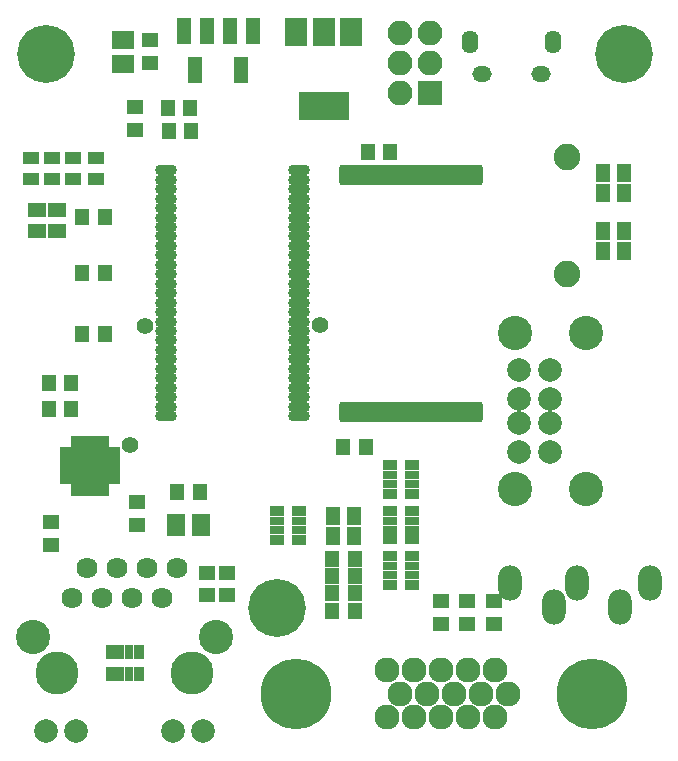
<source format=gbs>
G04 #@! TF.FileFunction,Soldermask,Bot*
%FSLAX46Y46*%
G04 Gerber Fmt 4.6, Leading zero omitted, Abs format (unit mm)*
G04 Created by KiCad (PCBNEW 4.0.7-e2-6376~58~ubuntu16.04.1) date Fri Jan 26 09:39:30 2018*
%MOMM*%
%LPD*%
G01*
G04 APERTURE LIST*
%ADD10C,0.100000*%
%ADD11R,0.900000X1.200000*%
%ADD12R,0.800000X1.200000*%
%ADD13R,1.400000X1.070000*%
%ADD14C,2.250000*%
%ADD15O,1.650000X1.350000*%
%ADD16O,1.400000X1.950000*%
%ADD17C,1.790000*%
%ADD18C,2.000000*%
%ADD19C,3.650000*%
%ADD20C,2.900000*%
%ADD21O,0.700000X1.800000*%
%ADD22O,1.850000X0.900000*%
%ADD23O,2.000000X3.000000*%
%ADD24C,2.127200*%
%ADD25C,5.980000*%
%ADD26R,1.245000X1.400000*%
%ADD27R,1.400000X1.245000*%
%ADD28R,1.900000X1.545000*%
%ADD29R,2.100000X2.100000*%
%ADD30O,2.100000X2.100000*%
%ADD31C,1.400000*%
%ADD32R,1.545000X1.900000*%
%ADD33R,1.200000X0.900000*%
%ADD34R,1.200000X0.800000*%
%ADD35R,1.200000X2.200000*%
%ADD36R,1.250000X0.700000*%
%ADD37R,0.700000X1.250000*%
%ADD38R,3.000000X3.000000*%
%ADD39R,4.200000X2.400000*%
%ADD40R,1.900000X2.400000*%
%ADD41C,4.900000*%
G04 APERTURE END LIST*
D10*
D11*
X47600000Y-88000000D03*
D12*
X49200000Y-88000000D03*
X48400000Y-88000000D03*
D11*
X50000000Y-88000000D03*
D12*
X48400000Y-89800000D03*
D11*
X47600000Y-89800000D03*
D12*
X49200000Y-89800000D03*
D11*
X50000000Y-89800000D03*
D13*
X52900000Y-83625000D03*
X52900000Y-85375000D03*
D14*
X92842400Y-93483200D03*
X92842400Y-83523200D03*
D15*
X90600000Y-76550000D03*
X85600000Y-76550000D03*
D16*
X91600000Y-73850000D03*
X84600000Y-73850000D03*
D17*
X50927000Y-120906000D03*
X52197000Y-118366000D03*
X53467000Y-120906000D03*
X54737000Y-118366000D03*
X56007000Y-120906000D03*
X57277000Y-118366000D03*
X58547000Y-120906000D03*
X59817000Y-118366000D03*
D18*
X48747000Y-132156000D03*
X51287000Y-132156000D03*
X59457000Y-132156000D03*
X61997000Y-132156000D03*
D19*
X49657000Y-127256000D03*
X61087000Y-127256000D03*
D20*
X63117000Y-124206000D03*
X47627000Y-124206000D03*
D21*
X85386800Y-105115400D03*
X84886800Y-105115400D03*
X84386800Y-105115400D03*
X83886800Y-105115400D03*
X83386800Y-105115400D03*
X82886800Y-105115400D03*
X82386800Y-105115400D03*
X81886800Y-105115400D03*
X81386800Y-105115400D03*
X80886800Y-105115400D03*
X80386800Y-105115400D03*
X79886800Y-105115400D03*
X79386800Y-105115400D03*
X78886800Y-105115400D03*
X78386800Y-105115400D03*
X77886800Y-105115400D03*
X77386800Y-105115400D03*
X76886800Y-105115400D03*
X76386800Y-105115400D03*
X75886800Y-105115400D03*
X75386800Y-105115400D03*
X74886800Y-105115400D03*
X74386800Y-105115400D03*
X73886800Y-105115400D03*
X73886800Y-85115400D03*
X74386800Y-85115400D03*
X74886800Y-85115400D03*
X75386800Y-85115400D03*
X75886800Y-85115400D03*
X76386800Y-85115400D03*
X76886800Y-85115400D03*
X77386800Y-85115400D03*
X77886800Y-85115400D03*
X78386800Y-85115400D03*
X78886800Y-85115400D03*
X79386800Y-85115400D03*
X79886800Y-85115400D03*
X80386800Y-85115400D03*
X80886800Y-85115400D03*
X81386800Y-85115400D03*
X81886800Y-85115400D03*
X82386800Y-85115400D03*
X82886800Y-85115400D03*
X83386800Y-85115400D03*
X83886800Y-85115400D03*
X84386800Y-85115400D03*
X84886800Y-85115400D03*
X85386800Y-85115400D03*
D22*
X70129400Y-84683600D03*
X70129400Y-85483600D03*
X70129400Y-86283600D03*
X70129400Y-87083600D03*
X70129400Y-87883600D03*
X70129400Y-88683600D03*
X70129400Y-89483600D03*
X70129400Y-90283600D03*
X70129400Y-91083600D03*
X70129400Y-91883600D03*
X70129400Y-92683600D03*
X70129400Y-93483600D03*
X70129400Y-94283600D03*
X70129400Y-95083600D03*
X70129400Y-95883600D03*
X70129400Y-96683600D03*
X70129400Y-97483600D03*
X70129400Y-98283600D03*
X70129400Y-99083600D03*
X70129400Y-99883600D03*
X70129400Y-100683600D03*
X70129400Y-101483600D03*
X70129400Y-102283600D03*
X70129400Y-103083600D03*
X70129400Y-103883600D03*
X70129400Y-104683600D03*
X70129400Y-105483600D03*
X58829400Y-105483600D03*
X58829400Y-104683600D03*
X58829400Y-103883600D03*
X58829400Y-103083600D03*
X58829400Y-102283600D03*
X58829400Y-101483600D03*
X58829400Y-100683600D03*
X58829400Y-99883600D03*
X58829400Y-99083600D03*
X58829400Y-98283600D03*
X58829400Y-97483600D03*
X58829400Y-96683600D03*
X58829400Y-95883600D03*
X58829400Y-95083600D03*
X58829400Y-94283600D03*
X58829400Y-93483600D03*
X58829400Y-92683600D03*
X58829400Y-91883600D03*
X58829400Y-91083600D03*
X58829400Y-90283600D03*
X58829400Y-89483600D03*
X58829400Y-88683600D03*
X58829400Y-87883600D03*
X58829400Y-87083600D03*
X58829400Y-86283600D03*
X58829400Y-85483600D03*
X58829400Y-84683600D03*
D18*
X88743800Y-108563800D03*
X88743800Y-106063800D03*
X88743800Y-104063800D03*
X88743800Y-101563800D03*
X91363800Y-108563800D03*
X91363800Y-106063800D03*
X91363800Y-104063800D03*
X91363800Y-101563800D03*
D20*
X94423800Y-111633800D03*
X94423800Y-98493800D03*
X88393800Y-111633800D03*
X88393800Y-98493800D03*
D23*
X99829620Y-119649240D03*
X93629620Y-119649240D03*
X88029620Y-119649240D03*
X97329620Y-121649240D03*
X91729620Y-121649240D03*
D24*
X86715000Y-127020000D03*
X84429000Y-127020000D03*
X82143000Y-127020000D03*
X79857000Y-127020000D03*
X77571000Y-127020000D03*
X87858000Y-129000000D03*
X85572000Y-129000000D03*
X83286000Y-129000000D03*
X81000000Y-129000000D03*
X78714000Y-129000000D03*
X86715000Y-130980000D03*
X84429000Y-130980000D03*
X82143000Y-130980000D03*
X79857000Y-130980000D03*
X77571000Y-130980000D03*
D25*
X94893800Y-129000000D03*
X69900200Y-129000000D03*
D26*
X53692900Y-93370400D03*
X51767900Y-93370400D03*
X75937500Y-83100000D03*
X77862500Y-83100000D03*
X53692900Y-88595200D03*
X51767900Y-88595200D03*
X53692900Y-98501200D03*
X51767900Y-98501200D03*
D27*
X82118200Y-123085700D03*
X82118200Y-121160700D03*
X84353400Y-123085700D03*
X84353400Y-121160700D03*
X86639400Y-123085700D03*
X86639400Y-121160700D03*
D26*
X74862500Y-122000000D03*
X72937500Y-122000000D03*
X74862500Y-119000000D03*
X72937500Y-119000000D03*
X48923100Y-102666800D03*
X50848100Y-102666800D03*
X48923100Y-104851200D03*
X50848100Y-104851200D03*
X59819700Y-111937800D03*
X61744700Y-111937800D03*
D27*
X56438800Y-112753300D03*
X56438800Y-114678300D03*
X57500000Y-75600000D03*
X57500000Y-73675000D03*
D28*
X55200000Y-75700000D03*
X55200000Y-73615000D03*
D13*
X51000000Y-83625000D03*
X51000000Y-85375000D03*
X49200000Y-83625000D03*
X49200000Y-85375000D03*
X47400000Y-83625000D03*
X47400000Y-85375000D03*
D29*
X81240000Y-78100000D03*
D30*
X78700000Y-78100000D03*
X81240000Y-75560000D03*
X78700000Y-75560000D03*
X81240000Y-73020000D03*
X78700000Y-73020000D03*
D31*
X57100000Y-97900000D03*
X71900000Y-97800000D03*
X55800000Y-107900000D03*
D32*
X59739700Y-114706400D03*
X61824700Y-114706400D03*
D26*
X75790900Y-108102400D03*
X73865900Y-108102400D03*
X72937500Y-120500000D03*
X74862500Y-120500000D03*
X72937500Y-117600000D03*
X74862500Y-117600000D03*
D27*
X56235600Y-81251900D03*
X56235600Y-79326900D03*
D26*
X59083100Y-81330800D03*
X61008100Y-81330800D03*
X59006900Y-79425800D03*
X60931900Y-79425800D03*
D27*
X64000000Y-118737500D03*
X64000000Y-120662500D03*
X62300000Y-118737500D03*
X62300000Y-120662500D03*
X49098200Y-116405500D03*
X49098200Y-114480500D03*
D33*
X79665400Y-117367200D03*
D34*
X79665400Y-118967200D03*
X79665400Y-118167200D03*
D33*
X79665400Y-119767200D03*
D34*
X77865400Y-118167200D03*
D33*
X77865400Y-117367200D03*
D34*
X77865400Y-118967200D03*
D33*
X77865400Y-119767200D03*
X77865400Y-112071000D03*
D34*
X77865400Y-110471000D03*
X77865400Y-111271000D03*
D33*
X77865400Y-109671000D03*
D34*
X79665400Y-111271000D03*
D33*
X79665400Y-112071000D03*
D34*
X79665400Y-110471000D03*
D33*
X79665400Y-109671000D03*
X79665400Y-113531800D03*
D34*
X79665400Y-115131800D03*
X79665400Y-114331800D03*
D33*
X79665400Y-115931800D03*
D34*
X77865400Y-114331800D03*
D33*
X77865400Y-113531800D03*
D34*
X77865400Y-115131800D03*
D33*
X77865400Y-115931800D03*
X73000000Y-116000000D03*
D34*
X73000000Y-114400000D03*
X73000000Y-115200000D03*
D33*
X73000000Y-113600000D03*
D34*
X74800000Y-115200000D03*
D33*
X74800000Y-116000000D03*
D34*
X74800000Y-114400000D03*
D33*
X74800000Y-113600000D03*
X70104000Y-113563400D03*
D34*
X70104000Y-115163400D03*
X70104000Y-114363400D03*
D33*
X70104000Y-115963400D03*
D34*
X68304000Y-114363400D03*
D33*
X68304000Y-113563400D03*
D34*
X68304000Y-115163400D03*
D33*
X68304000Y-115963400D03*
D11*
X54172000Y-125490400D03*
D12*
X55772000Y-125490400D03*
X54972000Y-125490400D03*
D11*
X56572000Y-125490400D03*
D12*
X54972000Y-127290400D03*
D11*
X54172000Y-127290400D03*
D12*
X55772000Y-127290400D03*
D11*
X56572000Y-127290400D03*
D33*
X95874000Y-86950400D03*
D34*
X95874000Y-85350400D03*
X95874000Y-86150400D03*
D33*
X95874000Y-84550400D03*
D34*
X97674000Y-86150400D03*
D33*
X97674000Y-86950400D03*
D34*
X97674000Y-85350400D03*
D33*
X97674000Y-84550400D03*
X97674000Y-89478000D03*
D34*
X97674000Y-91078000D03*
X97674000Y-90278000D03*
D33*
X97674000Y-91878000D03*
D34*
X95874000Y-90278000D03*
D33*
X95874000Y-89478000D03*
D34*
X95874000Y-91078000D03*
D33*
X95874000Y-91878000D03*
D35*
X64300000Y-72900000D03*
X66200000Y-72900000D03*
X65250000Y-76200000D03*
X60400000Y-72900000D03*
X62300000Y-72900000D03*
X61350000Y-76200000D03*
D36*
X50475600Y-110927200D03*
X50475600Y-110427200D03*
X50475600Y-109927200D03*
X50475600Y-109427200D03*
X50475600Y-108927200D03*
X50475600Y-108427200D03*
D37*
X51175600Y-107727200D03*
X51675600Y-107727200D03*
X52175600Y-107727200D03*
X52675600Y-107727200D03*
X53175600Y-107727200D03*
X53675600Y-107727200D03*
D36*
X54375600Y-108427200D03*
X54375600Y-108927200D03*
X54375600Y-109427200D03*
X54375600Y-109927200D03*
X54375600Y-110427200D03*
X54375600Y-110927200D03*
D37*
X53675600Y-111627200D03*
X53175600Y-111627200D03*
X52675600Y-111627200D03*
X52175600Y-111627200D03*
X51675600Y-111627200D03*
X51175600Y-111627200D03*
D38*
X52425600Y-109677200D03*
D39*
X72200000Y-79250000D03*
D40*
X72200000Y-72950000D03*
X74500000Y-72950000D03*
X69900000Y-72950000D03*
D41*
X48722000Y-74823200D03*
X97652800Y-74823200D03*
X68300000Y-121700000D03*
M02*

</source>
